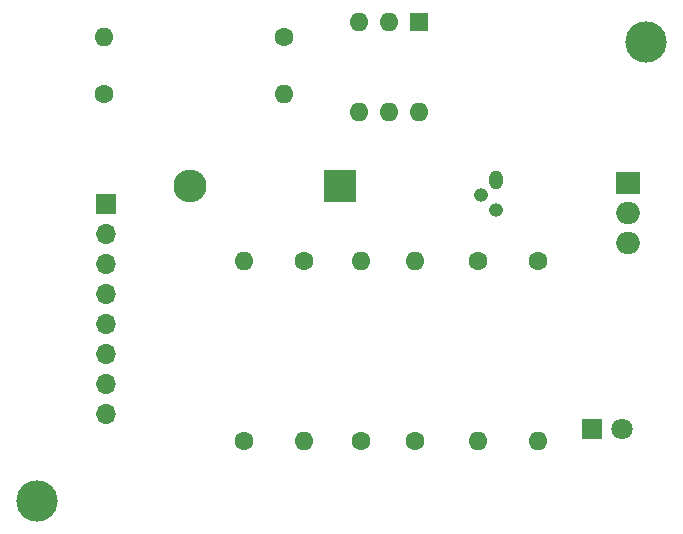
<source format=gts>
%TF.GenerationSoftware,KiCad,Pcbnew,(6.0.8)*%
%TF.CreationDate,2022-11-03T15:18:16-07:00*%
%TF.ProjectId,TipBlaster_V2,54697042-6c61-4737-9465-725f56322e6b,rev?*%
%TF.SameCoordinates,Original*%
%TF.FileFunction,Soldermask,Top*%
%TF.FilePolarity,Negative*%
%FSLAX46Y46*%
G04 Gerber Fmt 4.6, Leading zero omitted, Abs format (unit mm)*
G04 Created by KiCad (PCBNEW (6.0.8)) date 2022-11-03 15:18:16*
%MOMM*%
%LPD*%
G01*
G04 APERTURE LIST*
%ADD10C,3.500000*%
%ADD11R,1.600000X1.600000*%
%ADD12O,1.600000X1.600000*%
%ADD13C,1.600000*%
%ADD14R,2.000000X1.905000*%
%ADD15O,2.000000X1.905000*%
%ADD16O,1.200000X1.600000*%
%ADD17O,1.200000X1.200000*%
%ADD18R,1.700000X1.700000*%
%ADD19O,1.700000X1.700000*%
%ADD20R,1.800000X1.800000*%
%ADD21C,1.800000*%
%ADD22R,2.800000X2.800000*%
%ADD23O,2.800000X2.800000*%
G04 APERTURE END LIST*
D10*
X91440000Y-100330000D03*
X143002000Y-61468000D03*
D11*
X123810000Y-59827000D03*
D12*
X121270000Y-59827000D03*
X118730000Y-59827000D03*
X118730000Y-67447000D03*
X121270000Y-67447000D03*
X123810000Y-67447000D03*
D13*
X133858000Y-80010000D03*
D12*
X133858000Y-95250000D03*
D13*
X128778000Y-80010000D03*
D12*
X128778000Y-95250000D03*
X123444000Y-80010000D03*
D13*
X123444000Y-95250000D03*
X118872000Y-95250000D03*
D12*
X118872000Y-80010000D03*
D13*
X114046000Y-80010000D03*
D12*
X114046000Y-95250000D03*
D13*
X108966000Y-95250000D03*
D12*
X108966000Y-80010000D03*
D13*
X97155000Y-65913000D03*
D12*
X112395000Y-65913000D03*
D13*
X112395000Y-61087000D03*
D12*
X97155000Y-61087000D03*
D14*
X141478000Y-73406000D03*
D15*
X141478000Y-75946000D03*
X141478000Y-78486000D03*
D16*
X130302000Y-73152000D03*
D17*
X129032000Y-74422000D03*
X130302000Y-75692000D03*
D18*
X97282000Y-75184000D03*
D19*
X97282000Y-77724000D03*
X97282000Y-80264000D03*
X97282000Y-82804000D03*
X97282000Y-85344000D03*
X97282000Y-87884000D03*
X97282000Y-90424000D03*
X97282000Y-92964000D03*
D20*
X138425000Y-94234000D03*
D21*
X140965000Y-94234000D03*
D22*
X117094000Y-73660000D03*
D23*
X104394000Y-73660000D03*
M02*

</source>
